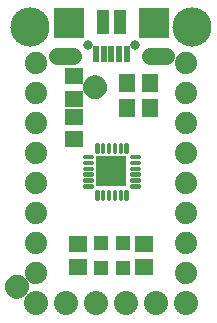
<source format=gbr>
G04 EAGLE Gerber RS-274X export*
G75*
%MOMM*%
%FSLAX34Y34*%
%LPD*%
%INSoldermask Top*%
%IPPOS*%
%AMOC8*
5,1,8,0,0,1.08239X$1,22.5*%
G01*
%ADD10C,0.240406*%
%ADD11R,2.601600X2.601600*%
%ADD12C,0.801600*%
%ADD13C,1.409600*%
%ADD14R,1.101600X2.101600*%
%ADD15R,0.500000X1.450000*%
%ADD16R,1.401600X1.601600*%
%ADD17R,1.601600X1.401600*%
%ADD18C,1.101600*%
%ADD19C,0.500000*%
%ADD20R,1.301600X1.301600*%
%ADD21C,2.032000*%
%ADD22C,1.879600*%
%ADD23C,3.317600*%


D10*
X102106Y160466D02*
X102106Y153854D01*
X100694Y153854D01*
X100694Y160466D01*
X102106Y160466D01*
X102106Y156138D02*
X100694Y156138D01*
X100694Y158422D02*
X102106Y158422D01*
X97106Y160466D02*
X97106Y153854D01*
X95694Y153854D01*
X95694Y160466D01*
X97106Y160466D01*
X97106Y156138D02*
X95694Y156138D01*
X95694Y158422D02*
X97106Y158422D01*
X92106Y160466D02*
X92106Y153854D01*
X90694Y153854D01*
X90694Y160466D01*
X92106Y160466D01*
X92106Y156138D02*
X90694Y156138D01*
X90694Y158422D02*
X92106Y158422D01*
X87106Y160466D02*
X87106Y153854D01*
X85694Y153854D01*
X85694Y160466D01*
X87106Y160466D01*
X87106Y156138D02*
X85694Y156138D01*
X85694Y158422D02*
X87106Y158422D01*
X82106Y160466D02*
X82106Y153854D01*
X80694Y153854D01*
X80694Y160466D01*
X82106Y160466D01*
X82106Y156138D02*
X80694Y156138D01*
X80694Y158422D02*
X82106Y158422D01*
X77106Y160466D02*
X77106Y153854D01*
X75694Y153854D01*
X75694Y160466D01*
X77106Y160466D01*
X77106Y156138D02*
X75694Y156138D01*
X75694Y158422D02*
X77106Y158422D01*
X72206Y148954D02*
X65594Y148954D01*
X65594Y150366D01*
X72206Y150366D01*
X72206Y148954D01*
X72206Y143954D02*
X65594Y143954D01*
X65594Y145366D01*
X72206Y145366D01*
X72206Y143954D01*
X72206Y138954D02*
X65594Y138954D01*
X65594Y140366D01*
X72206Y140366D01*
X72206Y138954D01*
X72206Y133954D02*
X65594Y133954D01*
X65594Y135366D01*
X72206Y135366D01*
X72206Y133954D01*
X72206Y128954D02*
X65594Y128954D01*
X65594Y130366D01*
X72206Y130366D01*
X72206Y128954D01*
X72206Y123954D02*
X65594Y123954D01*
X65594Y125366D01*
X72206Y125366D01*
X72206Y123954D01*
X75694Y120466D02*
X75694Y113854D01*
X75694Y120466D02*
X77106Y120466D01*
X77106Y113854D01*
X75694Y113854D01*
X75694Y116138D02*
X77106Y116138D01*
X77106Y118422D02*
X75694Y118422D01*
X80694Y120466D02*
X80694Y113854D01*
X80694Y120466D02*
X82106Y120466D01*
X82106Y113854D01*
X80694Y113854D01*
X80694Y116138D02*
X82106Y116138D01*
X82106Y118422D02*
X80694Y118422D01*
X85694Y120466D02*
X85694Y113854D01*
X85694Y120466D02*
X87106Y120466D01*
X87106Y113854D01*
X85694Y113854D01*
X85694Y116138D02*
X87106Y116138D01*
X87106Y118422D02*
X85694Y118422D01*
X90694Y120466D02*
X90694Y113854D01*
X90694Y120466D02*
X92106Y120466D01*
X92106Y113854D01*
X90694Y113854D01*
X90694Y116138D02*
X92106Y116138D01*
X92106Y118422D02*
X90694Y118422D01*
X95694Y120466D02*
X95694Y113854D01*
X95694Y120466D02*
X97106Y120466D01*
X97106Y113854D01*
X95694Y113854D01*
X95694Y116138D02*
X97106Y116138D01*
X97106Y118422D02*
X95694Y118422D01*
X100694Y120466D02*
X100694Y113854D01*
X100694Y120466D02*
X102106Y120466D01*
X102106Y113854D01*
X100694Y113854D01*
X100694Y116138D02*
X102106Y116138D01*
X102106Y118422D02*
X100694Y118422D01*
X105594Y125366D02*
X112206Y125366D01*
X112206Y123954D01*
X105594Y123954D01*
X105594Y125366D01*
X105594Y130366D02*
X112206Y130366D01*
X112206Y128954D01*
X105594Y128954D01*
X105594Y130366D01*
X105594Y135366D02*
X112206Y135366D01*
X112206Y133954D01*
X105594Y133954D01*
X105594Y135366D01*
X105594Y140366D02*
X112206Y140366D01*
X112206Y138954D01*
X105594Y138954D01*
X105594Y140366D01*
X105594Y145366D02*
X112206Y145366D01*
X112206Y143954D01*
X105594Y143954D01*
X105594Y145366D01*
X105594Y150366D02*
X112206Y150366D01*
X112206Y148954D01*
X105594Y148954D01*
X105594Y150366D01*
D11*
X88900Y137160D03*
D12*
X108400Y243840D03*
X69400Y243840D03*
D11*
X52900Y262840D03*
X124900Y262840D03*
D13*
X121900Y234840D02*
X134980Y234840D01*
X55900Y234840D02*
X42820Y234840D01*
D14*
X96400Y263840D03*
X81400Y263840D03*
D15*
X101900Y236090D03*
X95400Y236090D03*
X88900Y236090D03*
X82400Y236090D03*
X75900Y236090D03*
D16*
X121260Y190500D03*
X102260Y190500D03*
X102260Y212090D03*
X121260Y212090D03*
D17*
X57150Y183490D03*
X57150Y164490D03*
D18*
X8890Y39370D03*
D19*
X8890Y46870D02*
X8709Y46868D01*
X8528Y46861D01*
X8347Y46850D01*
X8166Y46835D01*
X7986Y46815D01*
X7806Y46791D01*
X7627Y46763D01*
X7449Y46730D01*
X7272Y46693D01*
X7095Y46652D01*
X6920Y46607D01*
X6745Y46557D01*
X6572Y46503D01*
X6401Y46445D01*
X6230Y46383D01*
X6062Y46316D01*
X5895Y46246D01*
X5729Y46172D01*
X5566Y46093D01*
X5405Y46011D01*
X5245Y45925D01*
X5088Y45835D01*
X4933Y45741D01*
X4780Y45644D01*
X4630Y45542D01*
X4482Y45438D01*
X4336Y45329D01*
X4194Y45218D01*
X4054Y45102D01*
X3917Y44984D01*
X3782Y44862D01*
X3651Y44737D01*
X3523Y44609D01*
X3398Y44478D01*
X3276Y44343D01*
X3158Y44206D01*
X3042Y44066D01*
X2931Y43924D01*
X2822Y43778D01*
X2718Y43630D01*
X2616Y43480D01*
X2519Y43327D01*
X2425Y43172D01*
X2335Y43015D01*
X2249Y42855D01*
X2167Y42694D01*
X2088Y42531D01*
X2014Y42365D01*
X1944Y42198D01*
X1877Y42030D01*
X1815Y41859D01*
X1757Y41688D01*
X1703Y41515D01*
X1653Y41340D01*
X1608Y41165D01*
X1567Y40988D01*
X1530Y40811D01*
X1497Y40633D01*
X1469Y40454D01*
X1445Y40274D01*
X1425Y40094D01*
X1410Y39913D01*
X1399Y39732D01*
X1392Y39551D01*
X1390Y39370D01*
X8890Y46870D02*
X9071Y46868D01*
X9252Y46861D01*
X9433Y46850D01*
X9614Y46835D01*
X9794Y46815D01*
X9974Y46791D01*
X10153Y46763D01*
X10331Y46730D01*
X10508Y46693D01*
X10685Y46652D01*
X10860Y46607D01*
X11035Y46557D01*
X11208Y46503D01*
X11379Y46445D01*
X11550Y46383D01*
X11718Y46316D01*
X11885Y46246D01*
X12051Y46172D01*
X12214Y46093D01*
X12375Y46011D01*
X12535Y45925D01*
X12692Y45835D01*
X12847Y45741D01*
X13000Y45644D01*
X13150Y45542D01*
X13298Y45438D01*
X13444Y45329D01*
X13586Y45218D01*
X13726Y45102D01*
X13863Y44984D01*
X13998Y44862D01*
X14129Y44737D01*
X14257Y44609D01*
X14382Y44478D01*
X14504Y44343D01*
X14622Y44206D01*
X14738Y44066D01*
X14849Y43924D01*
X14958Y43778D01*
X15062Y43630D01*
X15164Y43480D01*
X15261Y43327D01*
X15355Y43172D01*
X15445Y43015D01*
X15531Y42855D01*
X15613Y42694D01*
X15692Y42531D01*
X15766Y42365D01*
X15836Y42198D01*
X15903Y42030D01*
X15965Y41859D01*
X16023Y41688D01*
X16077Y41515D01*
X16127Y41340D01*
X16172Y41165D01*
X16213Y40988D01*
X16250Y40811D01*
X16283Y40633D01*
X16311Y40454D01*
X16335Y40274D01*
X16355Y40094D01*
X16370Y39913D01*
X16381Y39732D01*
X16388Y39551D01*
X16390Y39370D01*
X16388Y39189D01*
X16381Y39008D01*
X16370Y38827D01*
X16355Y38646D01*
X16335Y38466D01*
X16311Y38286D01*
X16283Y38107D01*
X16250Y37929D01*
X16213Y37752D01*
X16172Y37575D01*
X16127Y37400D01*
X16077Y37225D01*
X16023Y37052D01*
X15965Y36881D01*
X15903Y36710D01*
X15836Y36542D01*
X15766Y36375D01*
X15692Y36209D01*
X15613Y36046D01*
X15531Y35885D01*
X15445Y35725D01*
X15355Y35568D01*
X15261Y35413D01*
X15164Y35260D01*
X15062Y35110D01*
X14958Y34962D01*
X14849Y34816D01*
X14738Y34674D01*
X14622Y34534D01*
X14504Y34397D01*
X14382Y34262D01*
X14257Y34131D01*
X14129Y34003D01*
X13998Y33878D01*
X13863Y33756D01*
X13726Y33638D01*
X13586Y33522D01*
X13444Y33411D01*
X13298Y33302D01*
X13150Y33198D01*
X13000Y33096D01*
X12847Y32999D01*
X12692Y32905D01*
X12535Y32815D01*
X12375Y32729D01*
X12214Y32647D01*
X12051Y32568D01*
X11885Y32494D01*
X11718Y32424D01*
X11550Y32357D01*
X11379Y32295D01*
X11208Y32237D01*
X11035Y32183D01*
X10860Y32133D01*
X10685Y32088D01*
X10508Y32047D01*
X10331Y32010D01*
X10153Y31977D01*
X9974Y31949D01*
X9794Y31925D01*
X9614Y31905D01*
X9433Y31890D01*
X9252Y31879D01*
X9071Y31872D01*
X8890Y31870D01*
X8709Y31872D01*
X8528Y31879D01*
X8347Y31890D01*
X8166Y31905D01*
X7986Y31925D01*
X7806Y31949D01*
X7627Y31977D01*
X7449Y32010D01*
X7272Y32047D01*
X7095Y32088D01*
X6920Y32133D01*
X6745Y32183D01*
X6572Y32237D01*
X6401Y32295D01*
X6230Y32357D01*
X6062Y32424D01*
X5895Y32494D01*
X5729Y32568D01*
X5566Y32647D01*
X5405Y32729D01*
X5245Y32815D01*
X5088Y32905D01*
X4933Y32999D01*
X4780Y33096D01*
X4630Y33198D01*
X4482Y33302D01*
X4336Y33411D01*
X4194Y33522D01*
X4054Y33638D01*
X3917Y33756D01*
X3782Y33878D01*
X3651Y34003D01*
X3523Y34131D01*
X3398Y34262D01*
X3276Y34397D01*
X3158Y34534D01*
X3042Y34674D01*
X2931Y34816D01*
X2822Y34962D01*
X2718Y35110D01*
X2616Y35260D01*
X2519Y35413D01*
X2425Y35568D01*
X2335Y35725D01*
X2249Y35885D01*
X2167Y36046D01*
X2088Y36209D01*
X2014Y36375D01*
X1944Y36542D01*
X1877Y36710D01*
X1815Y36881D01*
X1757Y37052D01*
X1703Y37225D01*
X1653Y37400D01*
X1608Y37575D01*
X1567Y37752D01*
X1530Y37929D01*
X1497Y38107D01*
X1469Y38286D01*
X1445Y38466D01*
X1425Y38646D01*
X1410Y38827D01*
X1399Y39008D01*
X1392Y39189D01*
X1390Y39370D01*
D18*
X74930Y208280D03*
D19*
X74930Y215780D02*
X74749Y215778D01*
X74568Y215771D01*
X74387Y215760D01*
X74206Y215745D01*
X74026Y215725D01*
X73846Y215701D01*
X73667Y215673D01*
X73489Y215640D01*
X73312Y215603D01*
X73135Y215562D01*
X72960Y215517D01*
X72785Y215467D01*
X72612Y215413D01*
X72441Y215355D01*
X72270Y215293D01*
X72102Y215226D01*
X71935Y215156D01*
X71769Y215082D01*
X71606Y215003D01*
X71445Y214921D01*
X71285Y214835D01*
X71128Y214745D01*
X70973Y214651D01*
X70820Y214554D01*
X70670Y214452D01*
X70522Y214348D01*
X70376Y214239D01*
X70234Y214128D01*
X70094Y214012D01*
X69957Y213894D01*
X69822Y213772D01*
X69691Y213647D01*
X69563Y213519D01*
X69438Y213388D01*
X69316Y213253D01*
X69198Y213116D01*
X69082Y212976D01*
X68971Y212834D01*
X68862Y212688D01*
X68758Y212540D01*
X68656Y212390D01*
X68559Y212237D01*
X68465Y212082D01*
X68375Y211925D01*
X68289Y211765D01*
X68207Y211604D01*
X68128Y211441D01*
X68054Y211275D01*
X67984Y211108D01*
X67917Y210940D01*
X67855Y210769D01*
X67797Y210598D01*
X67743Y210425D01*
X67693Y210250D01*
X67648Y210075D01*
X67607Y209898D01*
X67570Y209721D01*
X67537Y209543D01*
X67509Y209364D01*
X67485Y209184D01*
X67465Y209004D01*
X67450Y208823D01*
X67439Y208642D01*
X67432Y208461D01*
X67430Y208280D01*
X74930Y215780D02*
X75111Y215778D01*
X75292Y215771D01*
X75473Y215760D01*
X75654Y215745D01*
X75834Y215725D01*
X76014Y215701D01*
X76193Y215673D01*
X76371Y215640D01*
X76548Y215603D01*
X76725Y215562D01*
X76900Y215517D01*
X77075Y215467D01*
X77248Y215413D01*
X77419Y215355D01*
X77590Y215293D01*
X77758Y215226D01*
X77925Y215156D01*
X78091Y215082D01*
X78254Y215003D01*
X78415Y214921D01*
X78575Y214835D01*
X78732Y214745D01*
X78887Y214651D01*
X79040Y214554D01*
X79190Y214452D01*
X79338Y214348D01*
X79484Y214239D01*
X79626Y214128D01*
X79766Y214012D01*
X79903Y213894D01*
X80038Y213772D01*
X80169Y213647D01*
X80297Y213519D01*
X80422Y213388D01*
X80544Y213253D01*
X80662Y213116D01*
X80778Y212976D01*
X80889Y212834D01*
X80998Y212688D01*
X81102Y212540D01*
X81204Y212390D01*
X81301Y212237D01*
X81395Y212082D01*
X81485Y211925D01*
X81571Y211765D01*
X81653Y211604D01*
X81732Y211441D01*
X81806Y211275D01*
X81876Y211108D01*
X81943Y210940D01*
X82005Y210769D01*
X82063Y210598D01*
X82117Y210425D01*
X82167Y210250D01*
X82212Y210075D01*
X82253Y209898D01*
X82290Y209721D01*
X82323Y209543D01*
X82351Y209364D01*
X82375Y209184D01*
X82395Y209004D01*
X82410Y208823D01*
X82421Y208642D01*
X82428Y208461D01*
X82430Y208280D01*
X82428Y208099D01*
X82421Y207918D01*
X82410Y207737D01*
X82395Y207556D01*
X82375Y207376D01*
X82351Y207196D01*
X82323Y207017D01*
X82290Y206839D01*
X82253Y206662D01*
X82212Y206485D01*
X82167Y206310D01*
X82117Y206135D01*
X82063Y205962D01*
X82005Y205791D01*
X81943Y205620D01*
X81876Y205452D01*
X81806Y205285D01*
X81732Y205119D01*
X81653Y204956D01*
X81571Y204795D01*
X81485Y204635D01*
X81395Y204478D01*
X81301Y204323D01*
X81204Y204170D01*
X81102Y204020D01*
X80998Y203872D01*
X80889Y203726D01*
X80778Y203584D01*
X80662Y203444D01*
X80544Y203307D01*
X80422Y203172D01*
X80297Y203041D01*
X80169Y202913D01*
X80038Y202788D01*
X79903Y202666D01*
X79766Y202548D01*
X79626Y202432D01*
X79484Y202321D01*
X79338Y202212D01*
X79190Y202108D01*
X79040Y202006D01*
X78887Y201909D01*
X78732Y201815D01*
X78575Y201725D01*
X78415Y201639D01*
X78254Y201557D01*
X78091Y201478D01*
X77925Y201404D01*
X77758Y201334D01*
X77590Y201267D01*
X77419Y201205D01*
X77248Y201147D01*
X77075Y201093D01*
X76900Y201043D01*
X76725Y200998D01*
X76548Y200957D01*
X76371Y200920D01*
X76193Y200887D01*
X76014Y200859D01*
X75834Y200835D01*
X75654Y200815D01*
X75473Y200800D01*
X75292Y200789D01*
X75111Y200782D01*
X74930Y200780D01*
X74749Y200782D01*
X74568Y200789D01*
X74387Y200800D01*
X74206Y200815D01*
X74026Y200835D01*
X73846Y200859D01*
X73667Y200887D01*
X73489Y200920D01*
X73312Y200957D01*
X73135Y200998D01*
X72960Y201043D01*
X72785Y201093D01*
X72612Y201147D01*
X72441Y201205D01*
X72270Y201267D01*
X72102Y201334D01*
X71935Y201404D01*
X71769Y201478D01*
X71606Y201557D01*
X71445Y201639D01*
X71285Y201725D01*
X71128Y201815D01*
X70973Y201909D01*
X70820Y202006D01*
X70670Y202108D01*
X70522Y202212D01*
X70376Y202321D01*
X70234Y202432D01*
X70094Y202548D01*
X69957Y202666D01*
X69822Y202788D01*
X69691Y202913D01*
X69563Y203041D01*
X69438Y203172D01*
X69316Y203307D01*
X69198Y203444D01*
X69082Y203584D01*
X68971Y203726D01*
X68862Y203872D01*
X68758Y204020D01*
X68656Y204170D01*
X68559Y204323D01*
X68465Y204478D01*
X68375Y204635D01*
X68289Y204795D01*
X68207Y204956D01*
X68128Y205119D01*
X68054Y205285D01*
X67984Y205452D01*
X67917Y205620D01*
X67855Y205791D01*
X67797Y205962D01*
X67743Y206135D01*
X67693Y206310D01*
X67648Y206485D01*
X67607Y206662D01*
X67570Y206839D01*
X67537Y207017D01*
X67509Y207196D01*
X67485Y207376D01*
X67465Y207556D01*
X67450Y207737D01*
X67439Y207918D01*
X67432Y208099D01*
X67430Y208280D01*
D20*
X99060Y76540D03*
X99060Y55540D03*
X80010Y76540D03*
X80010Y55540D03*
D17*
X116840Y56540D03*
X116840Y75540D03*
X60960Y56540D03*
X60960Y75540D03*
D21*
X25400Y25400D03*
X50800Y25400D03*
X76200Y25400D03*
X101600Y25400D03*
X127000Y25400D03*
X152400Y25400D03*
D22*
X25400Y228600D03*
X25400Y203200D03*
X25400Y177800D03*
X25400Y152400D03*
X25400Y127000D03*
X25400Y101600D03*
X25400Y76200D03*
X25400Y50800D03*
X152400Y50800D03*
X152400Y76200D03*
X152400Y101600D03*
X152400Y127000D03*
X152400Y152400D03*
X152400Y177800D03*
X152400Y203200D03*
X152400Y228600D03*
D23*
X157480Y259080D03*
X20320Y259080D03*
D17*
X57150Y217780D03*
X57150Y198780D03*
M02*

</source>
